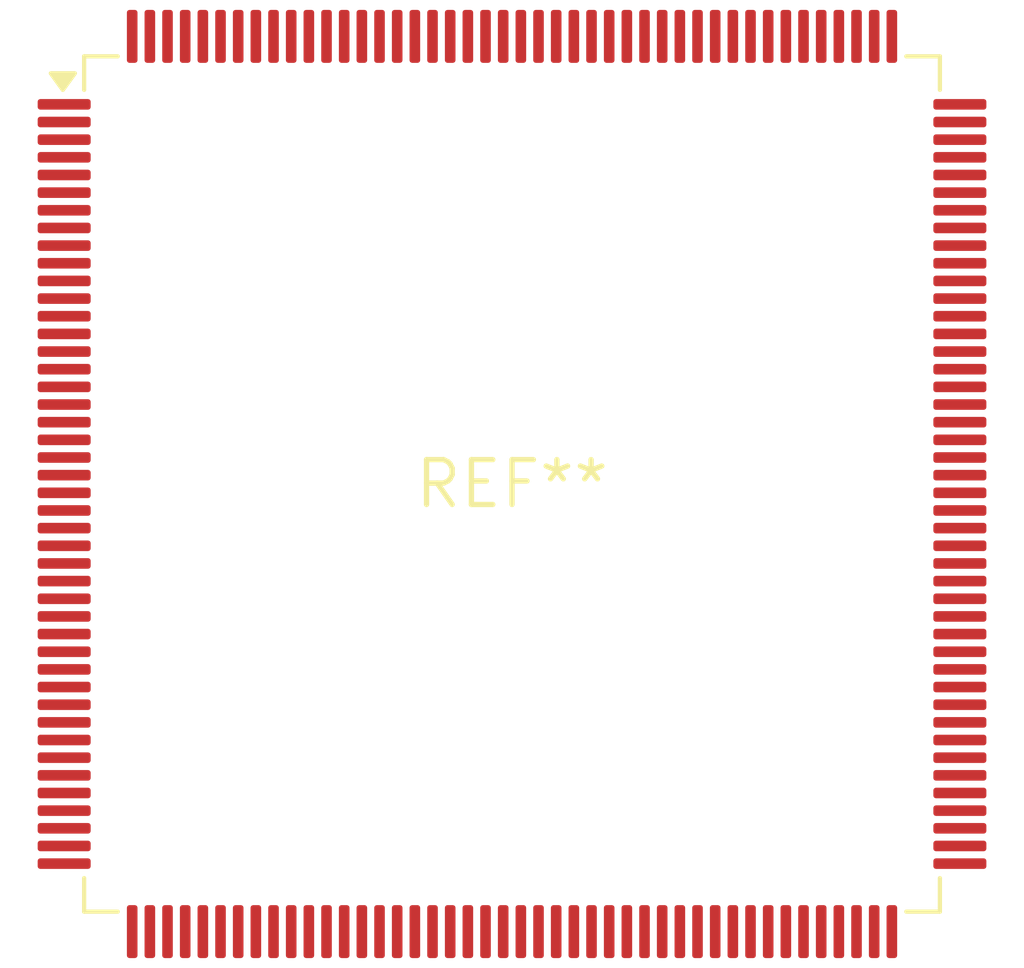
<source format=kicad_pcb>
(kicad_pcb (version 20240108) (generator pcbnew)
  (layers (0 "F.Cu" signal) (31 "B.Cu" signal) (34 "B.Paste" user) (35 "F.Paste" user) (36 "B.SilkS" user "B.Silkscreen") (37 "F.SilkS" user "F.Silkscreen") (38 "B.Mask" user) (39 "F.Mask" user) (44 "Edge.Cuts" user))
  (net 0 "")
  (footprint "LQFP-176_24x24mm_P0.5mm" (layer "F.Cu") (at 0 0)
    (property "Reference" "REF**")
    (property "Value" "LQFP-176_24x24mm_P0.5mm")
    (fp_line (start -12.11 -12.11) (end -12.11 -11.16) (layer "F.SilkS") (stroke (width 0.12)))
    (fp_line (start -12.11 12.11) (end -12.11 11.16) (layer "F.SilkS") (stroke (width 0.12)))
    (fp_line (start -11.16 -12.11) (end -12.11 -12.11) (layer "F.SilkS") (stroke (width 0.12)))
    (fp_line (start -11.16 12.11) (end -12.11 12.11) (layer "F.SilkS") (stroke (width 0.12)))
    (fp_line (start 11.16 -12.11) (end 12.11 -12.11) (layer "F.SilkS") (stroke (width 0.12)))
    (fp_line (start 11.16 12.11) (end 12.11 12.11) (layer "F.SilkS") (stroke (width 0.12)))
    (fp_line (start 12.11 -12.11) (end 12.11 -11.16) (layer "F.SilkS") (stroke (width 0.12)))
    (fp_line (start 12.11 12.11) (end 12.11 11.16) (layer "F.SilkS") (stroke (width 0.12)))
    (fp_poly (pts (xy -12.7125 -11.16) (xy -13.0525 -11.63) (xy -12.3725 -11.63) (xy -12.7125 -11.16)) (layer "F.SilkS") (stroke (width 0.12)) (fill solid))
    (pad "1" smd roundrect (at -12.675 -10.75) (size 1.5 0.3) (layers "F.Cu" "F.Paste" "F.Mask"))
    (pad "2" smd roundrect (at -12.675 -10.25) (size 1.5 0.3) (layers "F.Cu" "F.Paste" "F.Mask"))
    (pad "3" smd roundrect (at -12.675 -9.75) (size 1.5 0.3) (layers "F.Cu" "F.Paste" "F.Mask"))
    (pad "4" smd roundrect (at -12.675 -9.25) (size 1.5 0.3) (layers "F.Cu" "F.Paste" "F.Mask"))
    (pad "5" smd roundrect (at -12.675 -8.75) (size 1.5 0.3) (layers "F.Cu" "F.Paste" "F.Mask"))
    (pad "6" smd roundrect (at -12.675 -8.25) (size 1.5 0.3) (layers "F.Cu" "F.Paste" "F.Mask"))
    (pad "7" smd roundrect (at -12.675 -7.75) (size 1.5 0.3) (layers "F.Cu" "F.Paste" "F.Mask"))
    (pad "8" smd roundrect (at -12.675 -7.25) (size 1.5 0.3) (layers "F.Cu" "F.Paste" "F.Mask"))
    (pad "9" smd roundrect (at -12.675 -6.75) (size 1.5 0.3) (layers "F.Cu" "F.Paste" "F.Mask"))
    (pad "10" smd roundrect (at -12.675 -6.25) (size 1.5 0.3) (layers "F.Cu" "F.Paste" "F.Mask"))
    (pad "11" smd roundrect (at -12.675 -5.75) (size 1.5 0.3) (layers "F.Cu" "F.Paste" "F.Mask"))
    (pad "12" smd roundrect (at -12.675 -5.25) (size 1.5 0.3) (layers "F.Cu" "F.Paste" "F.Mask"))
    (pad "13" smd roundrect (at -12.675 -4.75) (size 1.5 0.3) (layers "F.Cu" "F.Paste" "F.Mask"))
    (pad "14" smd roundrect (at -12.675 -4.25) (size 1.5 0.3) (layers "F.Cu" "F.Paste" "F.Mask"))
    (pad "15" smd roundrect (at -12.675 -3.75) (size 1.5 0.3) (layers "F.Cu" "F.Paste" "F.Mask"))
    (pad "16" smd roundrect (at -12.675 -3.25) (size 1.5 0.3) (layers "F.Cu" "F.Paste" "F.Mask"))
    (pad "17" smd roundrect (at -12.675 -2.75) (size 1.5 0.3) (layers "F.Cu" "F.Paste" "F.Mask"))
    (pad "18" smd roundrect (at -12.675 -2.25) (size 1.5 0.3) (layers "F.Cu" "F.Paste" "F.Mask"))
    (pad "19" smd roundrect (at -12.675 -1.75) (size 1.5 0.3) (layers "F.Cu" "F.Paste" "F.Mask"))
    (pad "20" smd roundrect (at -12.675 -1.25) (size 1.5 0.3) (layers "F.Cu" "F.Paste" "F.Mask"))
    (pad "21" smd roundrect (at -12.675 -0.75) (size 1.5 0.3) (layers "F.Cu" "F.Paste" "F.Mask"))
    (pad "22" smd roundrect (at -12.675 -0.25) (size 1.5 0.3) (layers "F.Cu" "F.Paste" "F.Mask"))
    (pad "23" smd roundrect (at -12.675 0.25) (size 1.5 0.3) (layers "F.Cu" "F.Paste" "F.Mask"))
    (pad "24" smd roundrect (at -12.675 0.75) (size 1.5 0.3) (layers "F.Cu" "F.Paste" "F.Mask"))
    (pad "25" smd roundrect (at -12.675 1.25) (size 1.5 0.3) (layers "F.Cu" "F.Paste" "F.Mask"))
    (pad "26" smd roundrect (at -12.675 1.75) (size 1.5 0.3) (layers "F.Cu" "F.Paste" "F.Mask"))
    (pad "27" smd roundrect (at -12.675 2.25) (size 1.5 0.3) (layers "F.Cu" "F.Paste" "F.Mask"))
    (pad "28" smd roundrect (at -12.675 2.75) (size 1.5 0.3) (layers "F.Cu" "F.Paste" "F.Mask"))
    (pad "29" smd roundrect (at -12.675 3.25) (size 1.5 0.3) (layers "F.Cu" "F.Paste" "F.Mask"))
    (pad "30" smd roundrect (at -12.675 3.75) (size 1.5 0.3) (layers "F.Cu" "F.Paste" "F.Mask"))
    (pad "31" smd roundrect (at -12.675 4.25) (size 1.5 0.3) (layers "F.Cu" "F.Paste" "F.Mask"))
    (pad "32" smd roundrect (at -12.675 4.75) (size 1.5 0.3) (layers "F.Cu" "F.Paste" "F.Mask"))
    (pad "33" smd roundrect (at -12.675 5.25) (size 1.5 0.3) (layers "F.Cu" "F.Paste" "F.Mask"))
    (pad "34" smd roundrect (at -12.675 5.75) (size 1.5 0.3) (layers "F.Cu" "F.Paste" "F.Mask"))
    (pad "35" smd roundrect (at -12.675 6.25) (size 1.5 0.3) (layers "F.Cu" "F.Paste" "F.Mask"))
    (pad "36" smd roundrect (at -12.675 6.75) (size 1.5 0.3) (layers "F.Cu" "F.Paste" "F.Mask"))
    (pad "37" smd roundrect (at -12.675 7.25) (size 1.5 0.3) (layers "F.Cu" "F.Paste" "F.Mask"))
    (pad "38" smd roundrect (at -12.675 7.75) (size 1.5 0.3) (layers "F.Cu" "F.Paste" "F.Mask"))
    (pad "39" smd roundrect (at -12.675 8.25) (size 1.5 0.3) (layers "F.Cu" "F.Paste" "F.Mask"))
    (pad "40" smd roundrect (at -12.675 8.75) (size 1.5 0.3) (layers "F.Cu" "F.Paste" "F.Mask"))
    (pad "41" smd roundrect (at -12.675 9.25) (size 1.5 0.3) (layers "F.Cu" "F.Paste" "F.Mask"))
    (pad "42" smd roundrect (at -12.675 9.75) (size 1.5 0.3) (layers "F.Cu" "F.Paste" "F.Mask"))
    (pad "43" smd roundrect (at -12.675 10.25) (size 1.5 0.3) (layers "F.Cu" "F.Paste" "F.Mask"))
    (pad "44" smd roundrect (at -12.675 10.75) (size 1.5 0.3) (layers "F.Cu" "F.Paste" "F.Mask"))
    (pad "45" smd roundrect (at -10.75 12.675) (size 0.3 1.5) (layers "F.Cu" "F.Paste" "F.Mask"))
    (pad "46" smd roundrect (at -10.25 12.675) (size 0.3 1.5) (layers "F.Cu" "F.Paste" "F.Mask"))
    (pad "47" smd roundrect (at -9.75 12.675) (size 0.3 1.5) (layers "F.Cu" "F.Paste" "F.Mask"))
    (pad "48" smd roundrect (at -9.25 12.675) (size 0.3 1.5) (layers "F.Cu" "F.Paste" "F.Mask"))
    (pad "49" smd roundrect (at -8.75 12.675) (size 0.3 1.5) (layers "F.Cu" "F.Paste" "F.Mask"))
    (pad "50" smd roundrect (at -8.25 12.675) (size 0.3 1.5) (layers "F.Cu" "F.Paste" "F.Mask"))
    (pad "51" smd roundrect (at -7.75 12.675) (size 0.3 1.5) (layers "F.Cu" "F.Paste" "F.Mask"))
    (pad "52" smd roundrect (at -7.25 12.675) (size 0.3 1.5) (layers "F.Cu" "F.Paste" "F.Mask"))
    (pad "53" smd roundrect (at -6.75 12.675) (size 0.3 1.5) (layers "F.Cu" "F.Paste" "F.Mask"))
    (pad "54" smd roundrect (at -6.25 12.675) (size 0.3 1.5) (layers "F.Cu" "F.Paste" "F.Mask"))
    (pad "55" smd roundrect (at -5.75 12.675) (size 0.3 1.5) (layers "F.Cu" "F.Paste" "F.Mask"))
    (pad "56" smd roundrect (at -5.25 12.675) (size 0.3 1.5) (layers "F.Cu" "F.Paste" "F.Mask"))
    (pad "57" smd roundrect (at -4.75 12.675) (size 0.3 1.5) (layers "F.Cu" "F.Paste" "F.Mask"))
    (pad "58" smd roundrect (at -4.25 12.675) (size 0.3 1.5) (layers "F.Cu" "F.Paste" "F.Mask"))
    (pad "59" smd roundrect (at -3.75 12.675) (size 0.3 1.5) (layers "F.Cu" "F.Paste" "F.Mask"))
    (pad "60" smd roundrect (at -3.25 12.675) (size 0.3 1.5) (layers "F.Cu" "F.Paste" "F.Mask"))
    (pad "61" smd roundrect (at -2.75 12.675) (size 0.3 1.5) (layers "F.Cu" "F.Paste" "F.Mask"))
    (pad "62" smd roundrect (at -2.25 12.675) (size 0.3 1.5) (layers "F.Cu" "F.Paste" "F.Mask"))
    (pad "63" smd roundrect (at -1.75 12.675) (size 0.3 1.5) (layers "F.Cu" "F.Paste" "F.Mask"))
    (pad "64" smd roundrect (at -1.25 12.675) (size 0.3 1.5) (layers "F.Cu" "F.Paste" "F.Mask"))
    (pad "65" smd roundrect (at -0.75 12.675) (size 0.3 1.5) (layers "F.Cu" "F.Paste" "F.Mask"))
    (pad "66" smd roundrect (at -0.25 12.675) (size 0.3 1.5) (layers "F.Cu" "F.Paste" "F.Mask"))
    (pad "67" smd roundrect (at 0.25 12.675) (size 0.3 1.5) (layers "F.Cu" "F.Paste" "F.Mask"))
    (pad "68" smd roundrect (at 0.75 12.675) (size 0.3 1.5) (layers "F.Cu" "F.Paste" "F.Mask"))
    (pad "69" smd roundrect (at 1.25 12.675) (size 0.3 1.5) (layers "F.Cu" "F.Paste" "F.Mask"))
    (pad "70" smd roundrect (at 1.75 12.675) (size 0.3 1.5) (layers "F.Cu" "F.Paste" "F.Mask"))
    (pad "71" smd roundrect (at 2.25 12.675) (size 0.3 1.5) (layers "F.Cu" "F.Paste" "F.Mask"))
    (pad "72" smd roundrect (at 2.75 12.675) (size 0.3 1.5) (layers "F.Cu" "F.Paste" "F.Mask"))
    (pad "73" smd roundrect (at 3.25 12.675) (size 0.3 1.5) (layers "F.Cu" "F.Paste" "F.Mask"))
    (pad "74" smd roundrect (at 3.75 12.675) (size 0.3 1.5) (layers "F.Cu" "F.Paste" "F.Mask"))
    (pad "75" smd roundrect (at 4.25 12.675) (size 0.3 1.5) (layers "F.Cu" "F.Paste" "F.Mask"))
    (pad "76" smd roundrect (at 4.75 12.675) (size 0.3 1.5) (layers "F.Cu" "F.Paste" "F.Mask"))
    (pad "77" smd roundrect (at 5.25 12.675) (size 0.3 1.5) (layers "F.Cu" "F.Paste" "F.Mask"))
    (pad "78" smd roundrect (at 5.75 12.675) (size 0.3 1.5) (layers "F.Cu" "F.Paste" "F.Mask"))
    (pad "79" smd roundrect (at 6.25 12.675) (size 0.3 1.5) (layers "F.Cu" "F.Paste" "F.Mask"))
    (pad "80" smd roundrect (at 6.75 12.675) (size 0.3 1.5) (layers "F.Cu" "F.Paste" "F.Mask"))
    (pad "81" smd roundrect (at 7.25 12.675) (size 0.3 1.5) (layers "F.Cu" "F.Paste" "F.Mask"))
    (pad "82" smd roundrect (at 7.75 12.675) (size 0.3 1.5) (layers "F.Cu" "F.Paste" "F.Mask"))
    (pad "83" smd roundrect (at 8.25 12.675) (size 0.3 1.5) (layers "F.Cu" "F.Paste" "F.Mask"))
    (pad "84" smd roundrect (at 8.75 12.675) (size 0.3 1.5) (layers "F.Cu" "F.Paste" "F.Mask"))
    (pad "85" smd roundrect (at 9.25 12.675) (size 0.3 1.5) (layers "F.Cu" "F.Paste" "F.Mask"))
    (pad "86" smd roundrect (at 9.75 12.675) (size 0.3 1.5) (layers "F.Cu" "F.Paste" "F.Mask"))
    (pad "87" smd roundrect (at 10.25 12.675) (size 0.3 1.5) (layers "F.Cu" "F.Paste" "F.Mask"))
    (pad "88" smd roundrect (at 10.75 12.675) (size 0.3 1.5) (layers "F.Cu" "F.Paste" "F.Mask"))
    (pad "89" smd roundrect (at 12.675 10.75) (size 1.5 0.3) (layers "F.Cu" "F.Paste" "F.Mask"))
    (pad "90" smd roundrect (at 12.675 10.25) (size 1.5 0.3) (layers "F.Cu" "F.Paste" "F.Mask"))
    (pad "91" smd roundrect (at 12.675 9.75) (size 1.5 0.3) (layers "F.Cu" "F.Paste" "F.Mask"))
    (pad "92" smd roundrect (at 12.675 9.25) (size 1.5 0.3) (layers "F.Cu" "F.Paste" "F.Mask"))
    (pad "93" smd roundrect (at 12.675 8.75) (size 1.5 0.3) (layers "F.Cu" "F.Paste" "F.Mask"))
    (pad "94" smd roundrect (at 12.675 8.25) (size 1.5 0.3) (layers "F.Cu" "F.Paste" "F.Mask"))
    (pad "95" smd roundrect (at 12.675 7.75) (size 1.5 0.3) (layers "F.Cu" "F.Paste" "F.Mask"))
    (pad "96" smd roundrect (at 12.675 7.25) (size 1.5 0.3) (layers "F.Cu" "F.Paste" "F.Mask"))
    (pad "97" smd roundrect (at 12.675 6.75) (size 1.5 0.3) (layers "F.Cu" "F.Paste" "F.Mask"))
    (pad "98" smd roundrect (at 12.675 6.25) (size 1.5 0.3) (layers "F.Cu" "F.Paste" "F.Mask"))
    (pad "99" smd roundrect (at 12.675 5.75) (size 1.5 0.3) (layers "F.Cu" "F.Paste" "F.Mask"))
    (pad "100" smd roundrect (at 12.675 5.25) (size 1.5 0.3) (layers "F.Cu" "F.Paste" "F.Mask"))
    (pad "101" smd roundrect (at 12.675 4.75) (size 1.5 0.3) (layers "F.Cu" "F.Paste" "F.Mask"))
    (pad "102" smd roundrect (at 12.675 4.25) (size 1.5 0.3) (layers "F.Cu" "F.Paste" "F.Mask"))
    (pad "103" smd roundrect (at 12.675 3.75) (size 1.5 0.3) (layers "F.Cu" "F.Paste" "F.Mask"))
    (pad "104" smd roundrect (at 12.675 3.25) (size 1.5 0.3) (layers "F.Cu" "F.Paste" "F.Mask"))
    (pad "105" smd roundrect (at 12.675 2.75) (size 1.5 0.3) (layers "F.Cu" "F.Paste" "F.Mask"))
    (pad "106" smd roundrect (at 12.675 2.25) (size 1.5 0.3) (layers "F.Cu" "F.Paste" "F.Mask"))
    (pad "107" smd roundrect (at 12.675 1.75) (size 1.5 0.3) (layers "F.Cu" "F.Paste" "F.Mask"))
    (pad "108" smd roundrect (at 12.675 1.25) (size 1.5 0.3) (layers "F.Cu" "F.Paste" "F.Mask"))
    (pad "109" smd roundrect (at 12.675 0.75) (size 1.5 0.3) (layers "F.Cu" "F.Paste" "F.Mask"))
    (pad "110" smd roundrect (at 12.675 0.25) (size 1.5 0.3) (layers "F.Cu" "F.Paste" "F.Mask"))
    (pad "111" smd roundrect (at 12.675 -0.25) (size 1.5 0.3) (layers "F.Cu" "F.Paste" "F.Mask"))
    (pad "112" smd roundrect (at 12.675 -0.75) (size 1.5 0.3) (layers "F.Cu" "F.Paste" "F.Mask"))
    (pad "113" smd roundrect (at 12.675 -1.25) (size 1.5 0.3) (layers "F.Cu" "F.Paste" "F.Mask"))
    (pad "114" smd roundrect (at 12.675 -1.75) (size 1.5 0.3) (layers "F.Cu" "F.Paste" "F.Mask"))
    (pad "115" smd roundrect (at 12.675 -2.25) (size 1.5 0.3) (layers "F.Cu" "F.Paste" "F.Mask"))
    (pad "116" smd roundrect (at 12.675 -2.75) (size 1.5 0.3) (layers "F.Cu" "F.Paste" "F.Mask"))
    (pad "117" smd roundrect (at 12.675 -3.25) (size 1.5 0.3) (layers "F.Cu" "F.Paste" "F.Mask"))
    (pad "118" smd roundrect (at 12.675 -3.75) (size 1.5 0.3) (layers "F.Cu" "F.Paste" "F.Mask"))
    (pad "119" smd roundrect (at 12.675 -4.25) (size 1.5 0.3) (layers "F.Cu" "F.Paste" "F.Mask"))
    (pad "120" smd roundrect (at 12.675 -4.75) (size 1.5 0.3) (layers "F.Cu" "F.Paste" "F.Mask"))
    (pad "121" smd roundrect (at 12.675 -5.25) (size 1.5 0.3) (layers "F.Cu" "F.Paste" "F.Mask"))
    (pad "122" smd roundrect (at 12.675 -5.75) (size 1.5 0.3) (layers "F.Cu" "F.Paste" "F.Mask"))
    (pad "123" smd roundrect (at 12.675 -6.25) (size 1.5 0.3) (layers "F.Cu" "F.Paste" "F.Mask"))
    (pad "124" smd roundrect (at 12.675 -6.75) (size 1.5 0.3) (layers "F.Cu" "F.Paste" "F.Mask"))
    (pad "125" smd roundrect (at 12.675 -7.25) (size 1.5 0.3) (layers "F.Cu" "F.Paste" "F.Mask"))
    (pad "126" smd roundrect (at 12.675 -7.75) (size 1.5 0.3) (layers "F.Cu" "F.Paste" "F.Mask"))
    (pad "127" smd roundrect (at 12.675 -8.25) (size 1.5 0.3) (layers "F.Cu" "F.Paste" "F.Mask"))
    (pad "128" smd roundrect (at 12.675 -8.75) (size 1.5 0.3) (layers "F.Cu" "F.Paste" "F.Mask"))
    (pad "129" smd roundrect (at 12.675 -9.25) (size 1.5 0.3) (layers "F.Cu" "F.Paste" "F.Mask"))
    (pad "130" smd roundrect (at 12.675 -9.75) (size 1.5 0.3) (layers "F.Cu" "F.Paste" "F.Mask"))
    (pad "131" smd roundrect (at 12.675 -10.25) (size 1.5 0.3) (layers "F.Cu" "F.Paste" "F.Mask"))
    (pad "132" smd roundrect (at 12.675 -10.75) (size 1.5 0.3) (layers "F.Cu" "F.Paste" "F.Mask"))
    (pad "133" smd roundrect (at 10.75 -12.675) (size 0.3 1.5) (layers "F.Cu" "F.Paste" "F.Mask"))
    (pad "134" smd roundrect (at 10.25 -12.675) (size 0.3 1.5) (layers "F.Cu" "F.Paste" "F.Mask"))
    (pad "135" smd roundrect (at 9.75 -12.675) (size 0.3 1.5) (layers "F.Cu" "F.Paste" "F.Mask"))
    (pad "136" smd roundrect (at 9.25 -12.675) (size 0.3 1.5) (layers "F.Cu" "F.Paste" "F.Mask"))
    (pad "137" smd roundrect (at 8.75 -12.675) (size 0.3 1.5) (layers "F.Cu" "F.Paste" "F.Mask"))
    (pad "138" smd roundrect (at 8.25 -12.675) (size 0.3 1.5) (layers "F.Cu" "F.Paste" "F.Mask"))
    (pad "139" smd roundrect (at 7.75 -12.675) (size 0.3 1.5) (layers "F.Cu" "F.Paste" "F.Mask"))
    (pad "140" smd roundrect (at 7.25 -12.675) (size 0.3 1.5) (layers "F.Cu" "F.Paste" "F.Mask"))
    (pad "141" smd roundrect (at 6.75 -12.675) (size 0.3 1.5) (layers "F.Cu" "F.Paste" "F.Mask"))
    (pad "142" smd roundrect (at 6.25 -12.675) (size 0.3 1.5) (layers "F.Cu" "F.Paste" "F.Mask"))
    (pad "143" smd roundrect (at 5.75 -12.675) (size 0.3 1.5) (layers "F.Cu" "F.Paste" "F.Mask"))
    (pad "144" smd roundrect (at 5.25 -12.675) (size 0.3 1.5) (layers "F.Cu" "F.Paste" "F.Mask"))
    (pad "145" smd roundrect (at 4.75 -12.675) (size 0.3 1.5) (layers "F.Cu" "F.Paste" "F.Mask"))
    (pad "146" smd roundrect (at 4.25 -12.675) (size 0.3 1.5) (layers "F.Cu" "F.Paste" "F.Mask"))
    (pad "147" smd roundrect (at 3.75 -12.675) (size 0.3 1.5) (layers "F.Cu" "F.Paste" "F.Mask"))
    (pad "148" smd roundrect (at 3.25 -12.675) (size 0.3 1.5) (layers "F.Cu" "F.Paste" "F.Mask"))
    (pad "149" smd roundrect (at 2.75 -12.675) (size 0.3 1.5) (layers "F.Cu" "F.Paste" "F.Mask"))
    (pad "150" smd roundrect (at 2.25 -12.675) (size 0.3 1.5) (layers "F.Cu" "F.Paste" "F.Mask"))
    (pad "151" smd roundrect (at 1.75 -12.675) (size 0.3 1.5) (layers "F.Cu" "F.Paste" "F.Mask"))
    (pad "152" smd roundrect (at 1.25 -12.675) (size 0.3 1.5) (layers "F.Cu" "F.Paste" "F.Mask"))
    (pad "153" smd roundrect (at 0.75 -12.675) (size 0.3 1.5) (layers "F.Cu" "F.Paste" "F.Mask"))
    (pad "154" smd roundrect (at 0.25 -12.675) (size 0.3 1.5) (layers "F.Cu" "F.Paste" "F.Mask"))
    (pad "155" smd roundrect (at -0.25 -12.675) (size 0.3 1.5) (layers "F.Cu" "F.Paste" "F.Mask"))
    (pad "156" smd roundrect (at -0.75 -12.675) (size 0.3 1.5) (layers "F.Cu" "F.Paste" "F.Mask"))
    (pad "157" smd roundrect (at -1.25 -12.675) (size 0.3 1.5) (layers "F.Cu" "F.Paste" "F.Mask"))
    (pad "158" smd roundrect (at -1.75 -12.675) (size 0.3 1.5) (layers "F.Cu" "F.Paste" "F.Mask"))
    (pad "159" smd roundrect (at -2.25 -12.675) (size 0.3 1.5) (layers "F.Cu" "F.Paste" "F.Mask"))
    (pad "160" smd roundrect (at -2.75 -12.675) (size 0.3 1.5) (layers "F.Cu" "F.Paste" "F.Mask"))
    (pad "161" smd roundrect (at -3.25 -12.675) (size 0.3 1.5) (layers "F.Cu" "F.Paste" "F.Mask"))
    (pad "162" smd roundrect (at -3.75 -12.675) (size 0.3 1.5) (layers "F.Cu" "F.Paste" "F.Mask"))
    (pad "163" smd roundrect (at -4.25 -12.675) (size 0.3 1.5) (layers "F.Cu" "F.Paste" "F.Mask"))
    (pad "164" smd roundrect (at -4.75 -12.675) (size 0.3 1.5) (layers "F.Cu" "F.Paste" "F.Mask"))
    (pad "165" smd roundrect (at -5.25 -12.675) (size 0.3 1.5) (layers "F.Cu" "F.Paste" "F.Mask"))
    (pad "166" smd roundrect (at -5.75 -12.675) (size 0.3 1.5) (layers "F.Cu" "F.Paste" "F.Mask"))
    (pad "167" smd roundrect (at -6.25 -12.675) (size 0.3 1.5) (layers "F.Cu" "F.Paste" "F.Mask"))
    (pad "168" smd roundrect (at -6.75 -12.675) (size 0.3 1.5) (layers "F.Cu" "F.Paste" "F.Mask"))
    (pad "169" smd roundrect (at -7.25 -12.675) (size 0.3 1.5) (layers "F.Cu" "F.Paste" "F.Mask"))
    (pad "170" smd roundrect (at -7.75 -12.675) (size 0.3 1.5) (layers "F.Cu" "F.Paste" "F.Mask"))
    (pad "171" smd roundrect (at -8.25 -12.675) (size 0.3 1.5) (layers "F.Cu" "F.Paste" "F.Mask"))
    (pad "172" smd roundrect (at -8.75 -12.675) (size 0.3 1.5) (layers "F.Cu" "F.Paste" "F.Mask"))
    (pad "173" smd roundrect (at -9.25 -12.675) (size 0.3 1.5) (layers "F.Cu" "F.Paste" "F.Mask"))
    (pad "174" smd roundrect (at -9.75 -12.675) (size 0.3 1.5) (layers "F.Cu" "F.Paste" "F.Mask"))
    (pad "175" smd roundrect (at -10.25 -12.675) (size 0.3 1.5) (layers "F.Cu" "F.Paste" "F.Mask"))
    (pad "176" smd roundrect (at -10.75 -12.675) (size 0.3 1.5) (layers "F.Cu" "F.Paste" "F.Mask"))
  )
)
</source>
